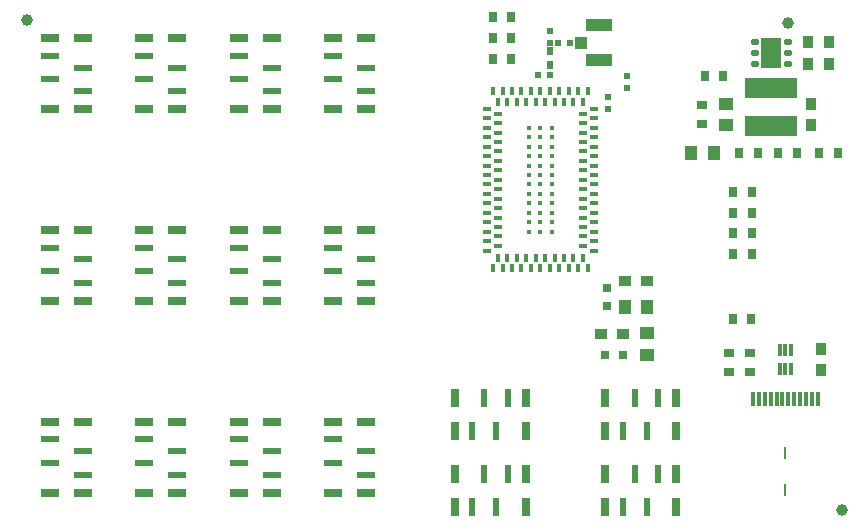
<source format=gtp>
G04 Layer_Color=8421504*
%FSLAX25Y25*%
%MOIN*%
G70*
G01*
G75*
%ADD10R,0.01968X0.01968*%
%ADD11R,0.01181X0.03937*%
%ADD12R,0.03150X0.03543*%
%ADD13C,0.03937*%
%ADD14R,0.03150X0.05905*%
%ADD15R,0.02362X0.05905*%
%ADD16R,0.04331X0.04724*%
%ADD17R,0.04724X0.04331*%
%ADD18R,0.03937X0.03543*%
%ADD19R,0.03150X0.03150*%
%ADD20R,0.03150X0.03150*%
%ADD21R,0.03543X0.03937*%
%ADD22R,0.01968X0.01968*%
%ADD23R,0.08661X0.04134*%
%ADD24R,0.04134X0.03937*%
%ADD25R,0.05905X0.03150*%
%ADD26R,0.05905X0.02362*%
%ADD27R,0.01181X0.04724*%
%ADD28R,0.00787X0.03937*%
%ADD29R,0.17716X0.06890*%
%ADD30R,0.03543X0.03150*%
%ADD31R,0.02362X0.02756*%
%ADD32R,0.01772X0.01772*%
%ADD33R,0.02520X0.01260*%
%ADD34R,0.01260X0.02520*%
%ADD35R,0.06890X0.09842*%
G04:AMPARAMS|DCode=36|XSize=17.72mil|YSize=27.56mil|CornerRadius=4.43mil|HoleSize=0mil|Usage=FLASHONLY|Rotation=90.000|XOffset=0mil|YOffset=0mil|HoleType=Round|Shape=RoundedRectangle|*
%AMROUNDEDRECTD36*
21,1,0.01772,0.01870,0,0,90.0*
21,1,0.00886,0.02756,0,0,90.0*
1,1,0.00886,0.00935,0.00443*
1,1,0.00886,0.00935,-0.00443*
1,1,0.00886,-0.00935,-0.00443*
1,1,0.00886,-0.00935,0.00443*
%
%ADD36ROUNDEDRECTD36*%
D10*
X198819Y138779D02*
D03*
Y142716D02*
D03*
X204921Y149607D02*
D03*
X204921Y145669D02*
D03*
X179370Y160865D02*
D03*
X179370Y164802D02*
D03*
D11*
X259842Y58268D02*
D03*
X257874D02*
D03*
X255906Y58268D02*
D03*
Y51968D02*
D03*
X257874Y51968D02*
D03*
X259842D02*
D03*
D12*
X240241Y68898D02*
D03*
X246540D02*
D03*
X246728Y97303D02*
D03*
X240429D02*
D03*
X240429Y90413D02*
D03*
X246728D02*
D03*
X240399Y111083D02*
D03*
X246698D02*
D03*
Y104193D02*
D03*
X240399D02*
D03*
X248592Y124016D02*
D03*
X242293D02*
D03*
X230906Y149724D02*
D03*
X237205D02*
D03*
X275394Y124016D02*
D03*
X269094D02*
D03*
X261811D02*
D03*
X255512D02*
D03*
X160236Y169291D02*
D03*
X166535D02*
D03*
X160236Y155512D02*
D03*
X166535D02*
D03*
X160236Y162402D02*
D03*
X166535D02*
D03*
D13*
X4921Y168307D02*
D03*
X276575Y4921D02*
D03*
X258661Y167441D02*
D03*
D14*
X171260Y42323D02*
D03*
Y31299D02*
D03*
X147638Y42323D02*
D03*
X147638Y31299D02*
D03*
X171260Y17016D02*
D03*
X171260Y5992D02*
D03*
X147638Y17016D02*
D03*
X147638Y5992D02*
D03*
X221457Y17016D02*
D03*
X221457Y5992D02*
D03*
X197835Y17016D02*
D03*
X197835Y5992D02*
D03*
X221457Y42520D02*
D03*
Y31496D02*
D03*
X197835Y42520D02*
D03*
Y31496D02*
D03*
D15*
X165354Y42323D02*
D03*
X161417Y31299D02*
D03*
X157480Y42323D02*
D03*
X153543Y31299D02*
D03*
X165354Y17016D02*
D03*
X161417Y5992D02*
D03*
X157480Y17016D02*
D03*
X153543Y5992D02*
D03*
X215551Y17016D02*
D03*
X211614Y5992D02*
D03*
X207677Y17016D02*
D03*
X203740Y5992D02*
D03*
X215551Y42520D02*
D03*
X211614Y31496D02*
D03*
X207677Y42520D02*
D03*
X203740Y31496D02*
D03*
D16*
X211667Y72865D02*
D03*
X204383D02*
D03*
X234055Y124016D02*
D03*
X226378Y124016D02*
D03*
D17*
X211706Y63996D02*
D03*
Y56713D02*
D03*
X237992Y140571D02*
D03*
Y133287D02*
D03*
D18*
X211768Y81274D02*
D03*
X204484D02*
D03*
X203734Y63835D02*
D03*
X196450Y63835D02*
D03*
D19*
X198228Y73062D02*
D03*
Y78967D02*
D03*
D20*
X203746Y56713D02*
D03*
X197840Y56713D02*
D03*
D21*
X272441Y161043D02*
D03*
Y153760D02*
D03*
X265551Y160945D02*
D03*
X265551Y153661D02*
D03*
X266535Y140571D02*
D03*
Y133287D02*
D03*
X269835Y58908D02*
D03*
Y51624D02*
D03*
D22*
X186024Y160886D02*
D03*
X182087Y160886D02*
D03*
X179331Y150106D02*
D03*
X175394D02*
D03*
D23*
X195651Y155058D02*
D03*
Y166672D02*
D03*
D24*
X189647Y160865D02*
D03*
D25*
X118110Y138780D02*
D03*
X107087Y138780D02*
D03*
X118110Y162402D02*
D03*
X107087D02*
D03*
X86614Y138780D02*
D03*
X75590D02*
D03*
X86614Y162402D02*
D03*
X75590Y162402D02*
D03*
X55118Y138780D02*
D03*
X44094D02*
D03*
X55118Y162402D02*
D03*
X44094D02*
D03*
X23622Y138780D02*
D03*
X12598Y138780D02*
D03*
X23622Y162402D02*
D03*
X12598Y162402D02*
D03*
X23622Y74803D02*
D03*
X12598Y74803D02*
D03*
X23622Y98425D02*
D03*
X12598D02*
D03*
X55118Y74803D02*
D03*
X44094D02*
D03*
X55118Y98425D02*
D03*
X44094Y98425D02*
D03*
X118110Y74803D02*
D03*
X107087Y74803D02*
D03*
X118110Y98425D02*
D03*
X107087Y98425D02*
D03*
X23622Y10913D02*
D03*
X12598Y10913D02*
D03*
X23622Y34536D02*
D03*
X12598Y34536D02*
D03*
X86614Y10913D02*
D03*
X75590Y10913D02*
D03*
X86614Y34536D02*
D03*
X75590D02*
D03*
X118110Y10913D02*
D03*
X107087Y10913D02*
D03*
X118110Y34535D02*
D03*
X107087D02*
D03*
X86614Y74803D02*
D03*
X75591D02*
D03*
X86614Y98425D02*
D03*
X75591Y98425D02*
D03*
X55118Y10913D02*
D03*
X44094Y10913D02*
D03*
X55118Y34536D02*
D03*
X44094D02*
D03*
D26*
X118110Y144685D02*
D03*
X107087Y148622D02*
D03*
X118110Y152559D02*
D03*
X107087Y156496D02*
D03*
X86614Y144685D02*
D03*
X75590Y148622D02*
D03*
X86614Y152559D02*
D03*
X75590Y156496D02*
D03*
X55118Y144685D02*
D03*
X44094Y148622D02*
D03*
X55118Y152559D02*
D03*
X44094Y156496D02*
D03*
X23622Y144685D02*
D03*
X12598Y148622D02*
D03*
X23622Y152559D02*
D03*
X12598Y156496D02*
D03*
X23622Y80709D02*
D03*
X12598Y84646D02*
D03*
X23622Y88583D02*
D03*
X12598Y92520D02*
D03*
X55118Y80709D02*
D03*
X44094Y84646D02*
D03*
X55118Y88583D02*
D03*
X44094Y92520D02*
D03*
X118110Y80709D02*
D03*
X107087Y84646D02*
D03*
X118110Y88583D02*
D03*
X107087Y92520D02*
D03*
X23622Y16819D02*
D03*
X12598Y20756D02*
D03*
X23622Y24693D02*
D03*
X12598Y28630D02*
D03*
X86614Y16819D02*
D03*
X75590Y20756D02*
D03*
X86614Y24693D02*
D03*
X75590Y28630D02*
D03*
X118110Y16819D02*
D03*
X107087Y20756D02*
D03*
X118110Y24693D02*
D03*
X107087Y28630D02*
D03*
X86614Y80709D02*
D03*
X75591Y84646D02*
D03*
X86614Y88583D02*
D03*
X75591Y92520D02*
D03*
X55118Y16819D02*
D03*
X44094Y20756D02*
D03*
X55118Y24693D02*
D03*
X44094Y28630D02*
D03*
D27*
X268701Y42047D02*
D03*
X266732D02*
D03*
X264764D02*
D03*
X262795Y42047D02*
D03*
X260827Y42047D02*
D03*
X258858D02*
D03*
X256890Y42047D02*
D03*
X254921D02*
D03*
X252953Y42047D02*
D03*
X250984D02*
D03*
X249016Y42047D02*
D03*
X247047D02*
D03*
D28*
X257874Y11811D02*
D03*
Y24016D02*
D03*
D29*
X253150Y145799D02*
D03*
Y133004D02*
D03*
D30*
X230118Y133780D02*
D03*
Y140079D02*
D03*
X246063Y57480D02*
D03*
X246063Y51181D02*
D03*
X238925D02*
D03*
Y57480D02*
D03*
D31*
X179370Y158001D02*
D03*
X179370Y153277D02*
D03*
D32*
X172244Y132480D02*
D03*
X176181D02*
D03*
X180118D02*
D03*
X172244Y129331D02*
D03*
X176181D02*
D03*
X180118D02*
D03*
X172244Y126181D02*
D03*
X176181D02*
D03*
X180118D02*
D03*
X172244Y123031D02*
D03*
X176181D02*
D03*
X180118D02*
D03*
X172244Y119882D02*
D03*
X176181D02*
D03*
X180118D02*
D03*
X172244Y116732D02*
D03*
X176181D02*
D03*
X180118D02*
D03*
X172244Y113583D02*
D03*
X176181D02*
D03*
X180118D02*
D03*
X172244Y110433D02*
D03*
X176181D02*
D03*
X180118D02*
D03*
X172244Y107283D02*
D03*
X176181D02*
D03*
X180118D02*
D03*
X172244Y104134D02*
D03*
X176181D02*
D03*
X180118D02*
D03*
X172244Y100984D02*
D03*
X176181D02*
D03*
X180118D02*
D03*
X172244Y97835D02*
D03*
X176181D02*
D03*
X180118D02*
D03*
D33*
X193898Y91536D02*
D03*
X190354Y93110D02*
D03*
X193898Y94685D02*
D03*
X190354Y96260D02*
D03*
X193898Y97835D02*
D03*
X190354Y99410D02*
D03*
X193898Y100984D02*
D03*
X190354Y102559D02*
D03*
X193898Y104134D02*
D03*
X190354Y105709D02*
D03*
X193898Y107283D02*
D03*
X190354Y108858D02*
D03*
X193898Y110433D02*
D03*
X190354Y112008D02*
D03*
X193898Y113583D02*
D03*
X190354Y115157D02*
D03*
X193898Y116732D02*
D03*
X190354Y118307D02*
D03*
X193898Y119882D02*
D03*
X190354Y121457D02*
D03*
X193898Y123031D02*
D03*
X190354Y124606D02*
D03*
X193898Y126181D02*
D03*
X190354Y127756D02*
D03*
X193898Y129331D02*
D03*
X190354Y130906D02*
D03*
X193898Y132480D02*
D03*
X190354Y134055D02*
D03*
X193898Y135630D02*
D03*
X190354Y137205D02*
D03*
X193898Y138780D02*
D03*
X158465D02*
D03*
X162008Y137205D02*
D03*
X158465Y135630D02*
D03*
X162008Y134055D02*
D03*
X158465Y132480D02*
D03*
X162008Y130906D02*
D03*
X158465Y129331D02*
D03*
X162008Y127756D02*
D03*
X158465Y126181D02*
D03*
X162008Y124606D02*
D03*
X158465Y123031D02*
D03*
X162008Y121457D02*
D03*
X158465Y119882D02*
D03*
X162008Y118307D02*
D03*
X158465Y116732D02*
D03*
X162008Y115157D02*
D03*
X158465Y113583D02*
D03*
X162008Y112008D02*
D03*
X158465Y110433D02*
D03*
X162008Y108858D02*
D03*
X158465Y107283D02*
D03*
X162008Y105709D02*
D03*
X158465Y104134D02*
D03*
X162008Y102559D02*
D03*
X158465Y100984D02*
D03*
X162008Y99410D02*
D03*
X158465Y97835D02*
D03*
X162008Y96260D02*
D03*
X158465Y94685D02*
D03*
X162008Y93110D02*
D03*
X158465Y91536D02*
D03*
D34*
X191929Y144685D02*
D03*
X190354Y141142D02*
D03*
X188779Y144685D02*
D03*
X187205Y141142D02*
D03*
X185630Y144685D02*
D03*
X184055Y141142D02*
D03*
X182480Y144685D02*
D03*
X180905Y141142D02*
D03*
X179331Y144685D02*
D03*
X177756Y141142D02*
D03*
X176181Y144685D02*
D03*
X174606Y141142D02*
D03*
X173031Y144685D02*
D03*
X171457Y141142D02*
D03*
X169882Y144685D02*
D03*
X168307Y141142D02*
D03*
X166732Y144685D02*
D03*
X165157Y141142D02*
D03*
X163583Y144685D02*
D03*
X162008Y141142D02*
D03*
X160433Y144685D02*
D03*
Y85630D02*
D03*
X162008Y89173D02*
D03*
X163583Y85630D02*
D03*
X165157Y89173D02*
D03*
X166732Y85630D02*
D03*
X168307Y89173D02*
D03*
X169882Y85630D02*
D03*
X171457Y89173D02*
D03*
X173031Y85630D02*
D03*
X174606Y89173D02*
D03*
X176181Y85630D02*
D03*
X177756Y89173D02*
D03*
X179331Y85630D02*
D03*
X180905Y89173D02*
D03*
X182480Y85630D02*
D03*
X184055Y89173D02*
D03*
X185630Y85630D02*
D03*
X187205Y89173D02*
D03*
X188779Y85630D02*
D03*
X190354Y89173D02*
D03*
X191929Y85630D02*
D03*
D35*
X253150Y157402D02*
D03*
D36*
X258661Y161142D02*
D03*
Y157402D02*
D03*
Y153661D02*
D03*
X247638D02*
D03*
Y157402D02*
D03*
X247638Y161142D02*
D03*
M02*

</source>
